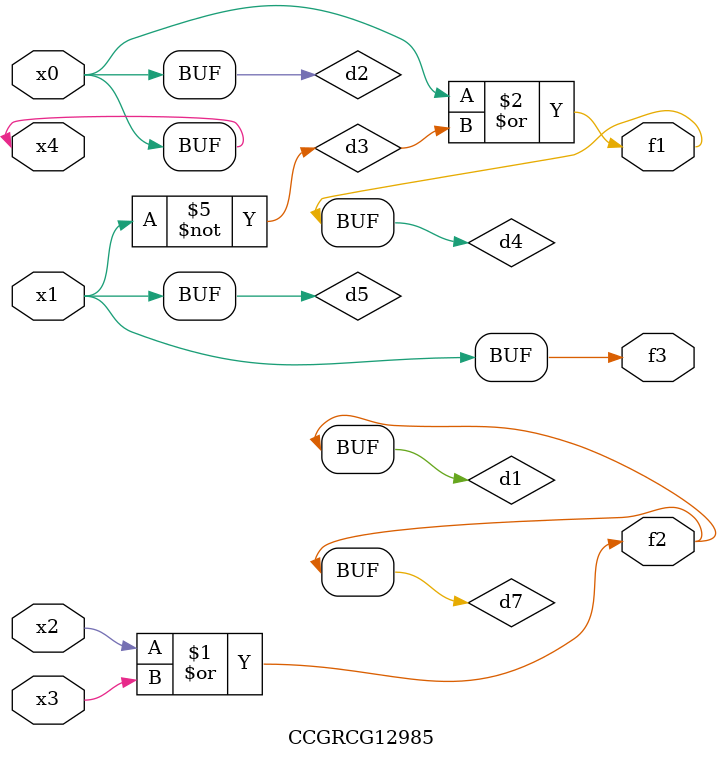
<source format=v>
module CCGRCG12985(
	input x0, x1, x2, x3, x4,
	output f1, f2, f3
);

	wire d1, d2, d3, d4, d5, d6, d7;

	or (d1, x2, x3);
	buf (d2, x0, x4);
	not (d3, x1);
	or (d4, d2, d3);
	not (d5, d3);
	nand (d6, d1, d3);
	or (d7, d1);
	assign f1 = d4;
	assign f2 = d7;
	assign f3 = d5;
endmodule

</source>
